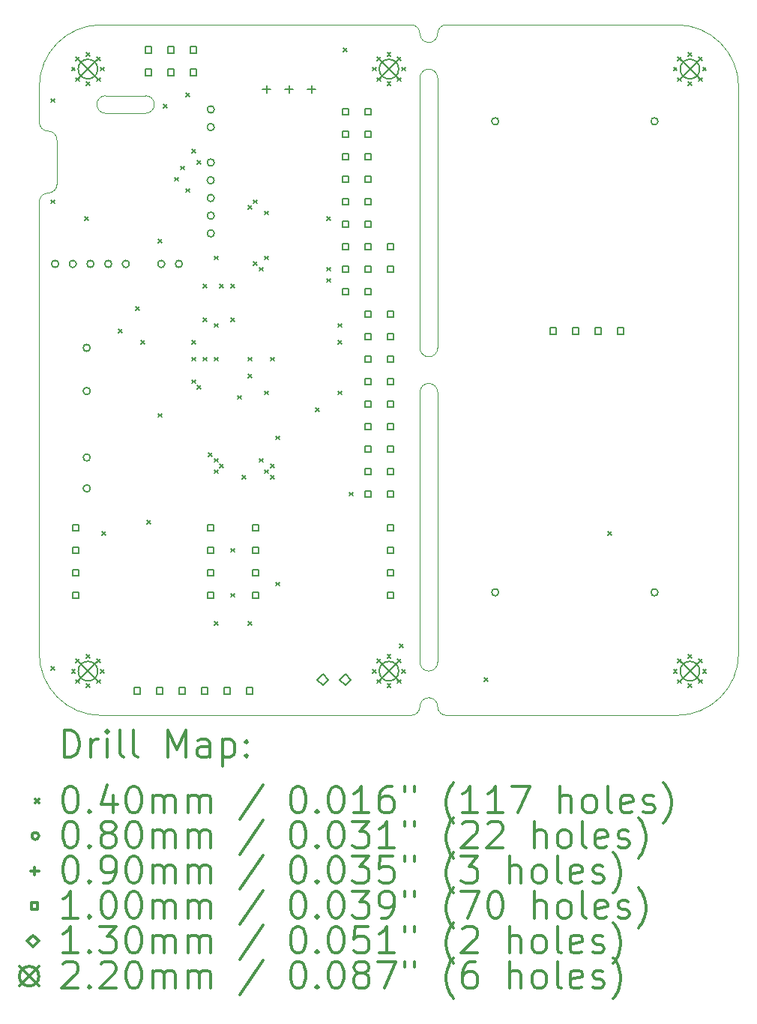
<source format=gbr>
%FSLAX45Y45*%
G04 Gerber Fmt 4.5, Leading zero omitted, Abs format (unit mm)*
G04 Created by KiCad (PCBNEW (5.0.1)-3) date 07.12.2018 05:25:07*
%MOMM*%
%LPD*%
G01*
G04 APERTURE LIST*
%ADD10C,0.100000*%
%ADD11C,0.200000*%
%ADD12C,0.300000*%
G04 APERTURE END LIST*
D10*
X8850000Y-8400000D02*
X9300000Y-8400000D01*
X8850000Y-8200000D02*
X9300000Y-8200000D01*
X9300000Y-8400000D02*
G75*
G03X9400000Y-8300000I0J100000D01*
G01*
X9400000Y-8300000D02*
G75*
G03X9300000Y-8200000I-100000J0D01*
G01*
X8750000Y-8300000D02*
G75*
G03X8850000Y-8400000I100000J0D01*
G01*
X8850000Y-8200000D02*
G75*
G03X8750000Y-8300000I0J-100000D01*
G01*
X8100000Y-9400000D02*
X8100000Y-14500000D01*
X8100000Y-8500000D02*
X8100000Y-8100000D01*
X8300000Y-8700000D02*
X8300000Y-9200000D01*
X8200000Y-9300000D02*
G75*
G03X8100000Y-9400000I0J-100000D01*
G01*
X8200000Y-9300000D02*
G75*
G03X8300000Y-9200000I0J100000D01*
G01*
X8300000Y-8700000D02*
G75*
G03X8200000Y-8600000I-100000J0D01*
G01*
X8100000Y-8500000D02*
G75*
G03X8200000Y-8600000I100000J0D01*
G01*
X12400000Y-8000000D02*
X12400000Y-11050000D01*
X12600000Y-11050000D02*
X12600000Y-8000000D01*
X12400000Y-11550000D02*
X12400000Y-14600000D01*
X12600000Y-14600000D02*
X12600000Y-11550000D01*
X8800000Y-15200000D02*
X12300000Y-15200000D01*
X12700000Y-15200000D02*
X15300000Y-15200000D01*
X12300000Y-7400000D02*
X8800000Y-7400000D01*
X12700000Y-7400000D02*
X15300000Y-7400000D01*
X12600000Y-15100000D02*
G75*
G03X12700000Y-15200000I100000J0D01*
G01*
X12600000Y-15100000D02*
G75*
G03X12500000Y-15000000I-100000J0D01*
G01*
X12500000Y-15000000D02*
G75*
G03X12400000Y-15100000I0J-100000D01*
G01*
X12300000Y-15200000D02*
G75*
G03X12400000Y-15100000I0J100000D01*
G01*
X12400000Y-7500000D02*
G75*
G03X12300000Y-7400000I-100000J0D01*
G01*
X12400000Y-7500000D02*
G75*
G03X12500000Y-7600000I100000J0D01*
G01*
X12500000Y-7600000D02*
G75*
G03X12600000Y-7500000I0J100000D01*
G01*
X12700000Y-7400000D02*
G75*
G03X12600000Y-7500000I0J-100000D01*
G01*
X16000000Y-8100000D02*
X16000000Y-14500000D01*
X8100000Y-14500000D02*
G75*
G03X8800000Y-15200000I700000J0D01*
G01*
X15300000Y-15200000D02*
G75*
G03X16000000Y-14500000I0J700000D01*
G01*
X16000000Y-8100000D02*
G75*
G03X15300000Y-7400000I-700000J0D01*
G01*
X8800000Y-7400000D02*
G75*
G03X8100000Y-8100000I0J-700000D01*
G01*
X12500000Y-11450000D02*
G75*
G03X12400000Y-11550000I0J-100000D01*
G01*
X12600000Y-11550000D02*
G75*
G03X12500000Y-11450000I-100000J0D01*
G01*
X12600000Y-8000000D02*
G75*
G03X12500000Y-7900000I-100000J0D01*
G01*
X12500000Y-7900000D02*
G75*
G03X12400000Y-8000000I0J-100000D01*
G01*
X12400000Y-11050000D02*
G75*
G03X12500000Y-11150000I100000J0D01*
G01*
X12500000Y-11150000D02*
G75*
G03X12600000Y-11050000I0J100000D01*
G01*
X12500000Y-14700000D02*
G75*
G03X12600000Y-14600000I0J100000D01*
G01*
X12400000Y-14600000D02*
G75*
G03X12500000Y-14700000I100000J0D01*
G01*
D11*
X8235000Y-8235000D02*
X8275000Y-8275000D01*
X8275000Y-8235000D02*
X8235000Y-8275000D01*
X8235000Y-9378000D02*
X8275000Y-9418000D01*
X8275000Y-9378000D02*
X8235000Y-9418000D01*
X8235000Y-14648500D02*
X8275000Y-14688500D01*
X8275000Y-14648500D02*
X8235000Y-14688500D01*
X8616000Y-9568500D02*
X8656000Y-9608500D01*
X8656000Y-9568500D02*
X8616000Y-9608500D01*
X8806500Y-13124500D02*
X8846500Y-13164500D01*
X8846500Y-13124500D02*
X8806500Y-13164500D01*
X8997000Y-10838500D02*
X9037000Y-10878500D01*
X9037000Y-10838500D02*
X8997000Y-10878500D01*
X9187500Y-10584500D02*
X9227500Y-10624500D01*
X9227500Y-10584500D02*
X9187500Y-10624500D01*
X9251000Y-10965500D02*
X9291000Y-11005500D01*
X9291000Y-10965500D02*
X9251000Y-11005500D01*
X9314500Y-12997500D02*
X9354500Y-13037500D01*
X9354500Y-12997500D02*
X9314500Y-13037500D01*
X9441500Y-9822500D02*
X9481500Y-9862500D01*
X9481500Y-9822500D02*
X9441500Y-9862500D01*
X9441500Y-11791000D02*
X9481500Y-11831000D01*
X9481500Y-11791000D02*
X9441500Y-11831000D01*
X9505000Y-8298500D02*
X9545000Y-8338500D01*
X9545000Y-8298500D02*
X9505000Y-8338500D01*
X9632000Y-9124000D02*
X9672000Y-9164000D01*
X9672000Y-9124000D02*
X9632000Y-9164000D01*
X9695500Y-8997000D02*
X9735500Y-9037000D01*
X9735500Y-8997000D02*
X9695500Y-9037000D01*
X9759000Y-8171500D02*
X9799000Y-8211500D01*
X9799000Y-8171500D02*
X9759000Y-8211500D01*
X9759000Y-9251000D02*
X9799000Y-9291000D01*
X9799000Y-9251000D02*
X9759000Y-9291000D01*
X9822500Y-8806500D02*
X9862500Y-8846500D01*
X9862500Y-8806500D02*
X9822500Y-8846500D01*
X9822500Y-10965500D02*
X9862500Y-11005500D01*
X9862500Y-10965500D02*
X9822500Y-11005500D01*
X9822500Y-11156000D02*
X9862500Y-11196000D01*
X9862500Y-11156000D02*
X9822500Y-11196000D01*
X9822500Y-11410000D02*
X9862500Y-11450000D01*
X9862500Y-11410000D02*
X9822500Y-11450000D01*
X9886000Y-8933500D02*
X9926000Y-8973500D01*
X9926000Y-8933500D02*
X9886000Y-8973500D01*
X9886000Y-11473500D02*
X9926000Y-11513500D01*
X9926000Y-11473500D02*
X9886000Y-11513500D01*
X9949500Y-10330500D02*
X9989500Y-10370500D01*
X9989500Y-10330500D02*
X9949500Y-10370500D01*
X9949500Y-10711500D02*
X9989500Y-10751500D01*
X9989500Y-10711500D02*
X9949500Y-10751500D01*
X9949500Y-11156000D02*
X9989500Y-11196000D01*
X9989500Y-11156000D02*
X9949500Y-11196000D01*
X10013000Y-12235500D02*
X10053000Y-12275500D01*
X10053000Y-12235500D02*
X10013000Y-12275500D01*
X10076500Y-10013000D02*
X10116500Y-10053000D01*
X10116500Y-10013000D02*
X10076500Y-10053000D01*
X10076500Y-10775000D02*
X10116500Y-10815000D01*
X10116500Y-10775000D02*
X10076500Y-10815000D01*
X10076500Y-11156000D02*
X10116500Y-11196000D01*
X10116500Y-11156000D02*
X10076500Y-11196000D01*
X10076500Y-12299000D02*
X10116500Y-12339000D01*
X10116500Y-12299000D02*
X10076500Y-12339000D01*
X10076500Y-12426000D02*
X10116500Y-12466000D01*
X10116500Y-12426000D02*
X10076500Y-12466000D01*
X10076500Y-14140500D02*
X10116500Y-14180500D01*
X10116500Y-14140500D02*
X10076500Y-14180500D01*
X10140000Y-10330500D02*
X10180000Y-10370500D01*
X10180000Y-10330500D02*
X10140000Y-10370500D01*
X10140000Y-12362500D02*
X10180000Y-12402500D01*
X10180000Y-12362500D02*
X10140000Y-12402500D01*
X10267000Y-10330500D02*
X10307000Y-10370500D01*
X10307000Y-10330500D02*
X10267000Y-10370500D01*
X10267000Y-10711500D02*
X10307000Y-10751500D01*
X10307000Y-10711500D02*
X10267000Y-10751500D01*
X10267000Y-13315000D02*
X10307000Y-13355000D01*
X10307000Y-13315000D02*
X10267000Y-13355000D01*
X10267000Y-13823000D02*
X10307000Y-13863000D01*
X10307000Y-13823000D02*
X10267000Y-13863000D01*
X10343200Y-11587800D02*
X10383200Y-11627800D01*
X10383200Y-11587800D02*
X10343200Y-11627800D01*
X10394000Y-12489500D02*
X10434000Y-12529500D01*
X10434000Y-12489500D02*
X10394000Y-12529500D01*
X10457500Y-9441500D02*
X10497500Y-9481500D01*
X10497500Y-9441500D02*
X10457500Y-9481500D01*
X10457500Y-11156000D02*
X10497500Y-11196000D01*
X10497500Y-11156000D02*
X10457500Y-11196000D01*
X10457500Y-11346500D02*
X10497500Y-11386500D01*
X10497500Y-11346500D02*
X10457500Y-11386500D01*
X10457500Y-14140500D02*
X10497500Y-14180500D01*
X10497500Y-14140500D02*
X10457500Y-14180500D01*
X10521000Y-9378000D02*
X10561000Y-9418000D01*
X10561000Y-9378000D02*
X10521000Y-9418000D01*
X10521000Y-10076500D02*
X10561000Y-10116500D01*
X10561000Y-10076500D02*
X10521000Y-10116500D01*
X10584500Y-10140000D02*
X10624500Y-10180000D01*
X10624500Y-10140000D02*
X10584500Y-10180000D01*
X10584500Y-12299000D02*
X10624500Y-12339000D01*
X10624500Y-12299000D02*
X10584500Y-12339000D01*
X10648000Y-9505000D02*
X10688000Y-9545000D01*
X10688000Y-9505000D02*
X10648000Y-9545000D01*
X10648000Y-10013000D02*
X10688000Y-10053000D01*
X10688000Y-10013000D02*
X10648000Y-10053000D01*
X10648000Y-11537000D02*
X10688000Y-11577000D01*
X10688000Y-11537000D02*
X10648000Y-11577000D01*
X10648000Y-12426000D02*
X10688000Y-12466000D01*
X10688000Y-12426000D02*
X10648000Y-12466000D01*
X10711500Y-11156000D02*
X10751500Y-11196000D01*
X10751500Y-11156000D02*
X10711500Y-11196000D01*
X10711500Y-12362500D02*
X10751500Y-12402500D01*
X10751500Y-12362500D02*
X10711500Y-12402500D01*
X10711500Y-12489500D02*
X10751500Y-12529500D01*
X10751500Y-12489500D02*
X10711500Y-12529500D01*
X10775000Y-12045000D02*
X10815000Y-12085000D01*
X10815000Y-12045000D02*
X10775000Y-12085000D01*
X10775000Y-13696000D02*
X10815000Y-13736000D01*
X10815000Y-13696000D02*
X10775000Y-13736000D01*
X11219500Y-11727500D02*
X11259500Y-11767500D01*
X11259500Y-11727500D02*
X11219500Y-11767500D01*
X11346500Y-9568500D02*
X11386500Y-9608500D01*
X11386500Y-9568500D02*
X11346500Y-9608500D01*
X11346500Y-10140000D02*
X11386500Y-10180000D01*
X11386500Y-10140000D02*
X11346500Y-10180000D01*
X11346500Y-10267000D02*
X11386500Y-10307000D01*
X11386500Y-10267000D02*
X11346500Y-10307000D01*
X11473500Y-10775000D02*
X11513500Y-10815000D01*
X11513500Y-10775000D02*
X11473500Y-10815000D01*
X11473500Y-10965500D02*
X11513500Y-11005500D01*
X11513500Y-10965500D02*
X11473500Y-11005500D01*
X11473500Y-11537000D02*
X11513500Y-11577000D01*
X11513500Y-11537000D02*
X11473500Y-11577000D01*
X11537000Y-7663500D02*
X11577000Y-7703500D01*
X11577000Y-7663500D02*
X11537000Y-7703500D01*
X11600500Y-12680000D02*
X11640500Y-12720000D01*
X11640500Y-12680000D02*
X11600500Y-12720000D01*
X12172000Y-14394500D02*
X12212000Y-14434500D01*
X12212000Y-14394500D02*
X12172000Y-14434500D01*
X13124500Y-14775500D02*
X13164500Y-14815500D01*
X13164500Y-14775500D02*
X13124500Y-14815500D01*
X14521500Y-13124500D02*
X14561500Y-13164500D01*
X14561500Y-13124500D02*
X14521500Y-13164500D01*
X15265000Y-14680000D02*
X15305000Y-14720000D01*
X15305000Y-14680000D02*
X15265000Y-14720000D01*
X15313327Y-14563327D02*
X15353327Y-14603327D01*
X15353327Y-14563327D02*
X15313327Y-14603327D01*
X15313327Y-14796673D02*
X15353327Y-14836673D01*
X15353327Y-14796673D02*
X15313327Y-14836673D01*
X15430000Y-14515000D02*
X15470000Y-14555000D01*
X15470000Y-14515000D02*
X15430000Y-14555000D01*
X15430000Y-14845000D02*
X15470000Y-14885000D01*
X15470000Y-14845000D02*
X15430000Y-14885000D01*
X15546673Y-14563327D02*
X15586673Y-14603327D01*
X15586673Y-14563327D02*
X15546673Y-14603327D01*
X15546673Y-14796673D02*
X15586673Y-14836673D01*
X15586673Y-14796673D02*
X15546673Y-14836673D01*
X15595000Y-14680000D02*
X15635000Y-14720000D01*
X15635000Y-14680000D02*
X15595000Y-14720000D01*
X8465000Y-7880000D02*
X8505000Y-7920000D01*
X8505000Y-7880000D02*
X8465000Y-7920000D01*
X8513327Y-7763327D02*
X8553327Y-7803327D01*
X8553327Y-7763327D02*
X8513327Y-7803327D01*
X8513327Y-7996673D02*
X8553327Y-8036673D01*
X8553327Y-7996673D02*
X8513327Y-8036673D01*
X8630000Y-7715000D02*
X8670000Y-7755000D01*
X8670000Y-7715000D02*
X8630000Y-7755000D01*
X8630000Y-8045000D02*
X8670000Y-8085000D01*
X8670000Y-8045000D02*
X8630000Y-8085000D01*
X8746673Y-7763327D02*
X8786673Y-7803327D01*
X8786673Y-7763327D02*
X8746673Y-7803327D01*
X8746673Y-7996673D02*
X8786673Y-8036673D01*
X8786673Y-7996673D02*
X8746673Y-8036673D01*
X8795000Y-7880000D02*
X8835000Y-7920000D01*
X8835000Y-7880000D02*
X8795000Y-7920000D01*
X11865000Y-14680000D02*
X11905000Y-14720000D01*
X11905000Y-14680000D02*
X11865000Y-14720000D01*
X11913327Y-14563327D02*
X11953327Y-14603327D01*
X11953327Y-14563327D02*
X11913327Y-14603327D01*
X11913327Y-14796673D02*
X11953327Y-14836673D01*
X11953327Y-14796673D02*
X11913327Y-14836673D01*
X12030000Y-14515000D02*
X12070000Y-14555000D01*
X12070000Y-14515000D02*
X12030000Y-14555000D01*
X12030000Y-14845000D02*
X12070000Y-14885000D01*
X12070000Y-14845000D02*
X12030000Y-14885000D01*
X12146673Y-14563327D02*
X12186673Y-14603327D01*
X12186673Y-14563327D02*
X12146673Y-14603327D01*
X12146673Y-14796673D02*
X12186673Y-14836673D01*
X12186673Y-14796673D02*
X12146673Y-14836673D01*
X12195000Y-14680000D02*
X12235000Y-14720000D01*
X12235000Y-14680000D02*
X12195000Y-14720000D01*
X8465000Y-14680000D02*
X8505000Y-14720000D01*
X8505000Y-14680000D02*
X8465000Y-14720000D01*
X8513327Y-14563327D02*
X8553327Y-14603327D01*
X8553327Y-14563327D02*
X8513327Y-14603327D01*
X8513327Y-14796673D02*
X8553327Y-14836673D01*
X8553327Y-14796673D02*
X8513327Y-14836673D01*
X8630000Y-14515000D02*
X8670000Y-14555000D01*
X8670000Y-14515000D02*
X8630000Y-14555000D01*
X8630000Y-14845000D02*
X8670000Y-14885000D01*
X8670000Y-14845000D02*
X8630000Y-14885000D01*
X8746673Y-14563327D02*
X8786673Y-14603327D01*
X8786673Y-14563327D02*
X8746673Y-14603327D01*
X8746673Y-14796673D02*
X8786673Y-14836673D01*
X8786673Y-14796673D02*
X8746673Y-14836673D01*
X8795000Y-14680000D02*
X8835000Y-14720000D01*
X8835000Y-14680000D02*
X8795000Y-14720000D01*
X15265000Y-7880000D02*
X15305000Y-7920000D01*
X15305000Y-7880000D02*
X15265000Y-7920000D01*
X15313327Y-7763327D02*
X15353327Y-7803327D01*
X15353327Y-7763327D02*
X15313327Y-7803327D01*
X15313327Y-7996673D02*
X15353327Y-8036673D01*
X15353327Y-7996673D02*
X15313327Y-8036673D01*
X15430000Y-7715000D02*
X15470000Y-7755000D01*
X15470000Y-7715000D02*
X15430000Y-7755000D01*
X15430000Y-8045000D02*
X15470000Y-8085000D01*
X15470000Y-8045000D02*
X15430000Y-8085000D01*
X15546673Y-7763327D02*
X15586673Y-7803327D01*
X15586673Y-7763327D02*
X15546673Y-7803327D01*
X15546673Y-7996673D02*
X15586673Y-8036673D01*
X15586673Y-7996673D02*
X15546673Y-8036673D01*
X15595000Y-7880000D02*
X15635000Y-7920000D01*
X15635000Y-7880000D02*
X15595000Y-7920000D01*
X11865000Y-7880000D02*
X11905000Y-7920000D01*
X11905000Y-7880000D02*
X11865000Y-7920000D01*
X11913327Y-7763327D02*
X11953327Y-7803327D01*
X11953327Y-7763327D02*
X11913327Y-7803327D01*
X11913327Y-7996673D02*
X11953327Y-8036673D01*
X11953327Y-7996673D02*
X11913327Y-8036673D01*
X12030000Y-7715000D02*
X12070000Y-7755000D01*
X12070000Y-7715000D02*
X12030000Y-7755000D01*
X12030000Y-8045000D02*
X12070000Y-8085000D01*
X12070000Y-8045000D02*
X12030000Y-8085000D01*
X12146673Y-7763327D02*
X12186673Y-7803327D01*
X12186673Y-7763327D02*
X12146673Y-7803327D01*
X12146673Y-7996673D02*
X12186673Y-8036673D01*
X12186673Y-7996673D02*
X12146673Y-8036673D01*
X12195000Y-7880000D02*
X12235000Y-7920000D01*
X12235000Y-7880000D02*
X12195000Y-7920000D01*
X8318000Y-10100500D02*
G75*
G03X8318000Y-10100500I-40000J0D01*
G01*
X8518000Y-10100500D02*
G75*
G03X8518000Y-10100500I-40000J0D01*
G01*
X8718000Y-10100500D02*
G75*
G03X8718000Y-10100500I-40000J0D01*
G01*
X8918000Y-10100500D02*
G75*
G03X8918000Y-10100500I-40000J0D01*
G01*
X9118000Y-10100500D02*
G75*
G03X9118000Y-10100500I-40000J0D01*
G01*
X9518000Y-10100500D02*
G75*
G03X9518000Y-10100500I-40000J0D01*
G01*
X9718000Y-10100500D02*
G75*
G03X9718000Y-10100500I-40000J0D01*
G01*
X15090000Y-8490000D02*
G75*
G03X15090000Y-8490000I-40000J0D01*
G01*
X15090000Y-13810000D02*
G75*
G03X15090000Y-13810000I-40000J0D01*
G01*
X13290000Y-8490000D02*
G75*
G03X13290000Y-8490000I-40000J0D01*
G01*
X13290000Y-13810000D02*
G75*
G03X13290000Y-13810000I-40000J0D01*
G01*
X8676000Y-11049000D02*
G75*
G03X8676000Y-11049000I-40000J0D01*
G01*
X8676000Y-11537000D02*
G75*
G03X8676000Y-11537000I-40000J0D01*
G01*
X10077000Y-8356000D02*
G75*
G03X10077000Y-8356000I-40000J0D01*
G01*
X10077000Y-8556000D02*
G75*
G03X10077000Y-8556000I-40000J0D01*
G01*
X10077000Y-8956000D02*
G75*
G03X10077000Y-8956000I-40000J0D01*
G01*
X10077000Y-9156000D02*
G75*
G03X10077000Y-9156000I-40000J0D01*
G01*
X10077000Y-9356000D02*
G75*
G03X10077000Y-9356000I-40000J0D01*
G01*
X10077000Y-9556000D02*
G75*
G03X10077000Y-9556000I-40000J0D01*
G01*
X10077000Y-9756000D02*
G75*
G03X10077000Y-9756000I-40000J0D01*
G01*
X8676000Y-12286500D02*
G75*
G03X8676000Y-12286500I-40000J0D01*
G01*
X8676000Y-12636500D02*
G75*
G03X8676000Y-12636500I-40000J0D01*
G01*
X10668000Y-8083000D02*
X10668000Y-8173000D01*
X10623000Y-8128000D02*
X10713000Y-8128000D01*
X10922000Y-8083000D02*
X10922000Y-8173000D01*
X10877000Y-8128000D02*
X10967000Y-8128000D01*
X11176000Y-8083000D02*
X11176000Y-8173000D01*
X11131000Y-8128000D02*
X11221000Y-8128000D01*
X9369856Y-7718856D02*
X9369856Y-7648144D01*
X9299144Y-7648144D01*
X9299144Y-7718856D01*
X9369856Y-7718856D01*
X9369856Y-7972856D02*
X9369856Y-7902144D01*
X9299144Y-7902144D01*
X9299144Y-7972856D01*
X9369856Y-7972856D01*
X9623856Y-7718856D02*
X9623856Y-7648144D01*
X9553144Y-7648144D01*
X9553144Y-7718856D01*
X9623856Y-7718856D01*
X9623856Y-7972856D02*
X9623856Y-7902144D01*
X9553144Y-7902144D01*
X9553144Y-7972856D01*
X9623856Y-7972856D01*
X9877856Y-7718856D02*
X9877856Y-7648144D01*
X9807144Y-7648144D01*
X9807144Y-7718856D01*
X9877856Y-7718856D01*
X9877856Y-7972856D02*
X9877856Y-7902144D01*
X9807144Y-7902144D01*
X9807144Y-7972856D01*
X9877856Y-7972856D01*
X8544356Y-13116356D02*
X8544356Y-13045644D01*
X8473644Y-13045644D01*
X8473644Y-13116356D01*
X8544356Y-13116356D01*
X8544356Y-13370356D02*
X8544356Y-13299644D01*
X8473644Y-13299644D01*
X8473644Y-13370356D01*
X8544356Y-13370356D01*
X8544356Y-13624356D02*
X8544356Y-13553644D01*
X8473644Y-13553644D01*
X8473644Y-13624356D01*
X8544356Y-13624356D01*
X8544356Y-13878356D02*
X8544356Y-13807644D01*
X8473644Y-13807644D01*
X8473644Y-13878356D01*
X8544356Y-13878356D01*
X12100356Y-13116356D02*
X12100356Y-13045644D01*
X12029644Y-13045644D01*
X12029644Y-13116356D01*
X12100356Y-13116356D01*
X12100356Y-13370356D02*
X12100356Y-13299644D01*
X12029644Y-13299644D01*
X12029644Y-13370356D01*
X12100356Y-13370356D01*
X12100356Y-13624356D02*
X12100356Y-13553644D01*
X12029644Y-13553644D01*
X12029644Y-13624356D01*
X12100356Y-13624356D01*
X12100356Y-13878356D02*
X12100356Y-13807644D01*
X12029644Y-13807644D01*
X12029644Y-13878356D01*
X12100356Y-13878356D01*
X10576356Y-13116356D02*
X10576356Y-13045644D01*
X10505644Y-13045644D01*
X10505644Y-13116356D01*
X10576356Y-13116356D01*
X10576356Y-13370356D02*
X10576356Y-13299644D01*
X10505644Y-13299644D01*
X10505644Y-13370356D01*
X10576356Y-13370356D01*
X10576356Y-13624356D02*
X10576356Y-13553644D01*
X10505644Y-13553644D01*
X10505644Y-13624356D01*
X10576356Y-13624356D01*
X10576356Y-13878356D02*
X10576356Y-13807644D01*
X10505644Y-13807644D01*
X10505644Y-13878356D01*
X10576356Y-13878356D01*
X13941856Y-10893856D02*
X13941856Y-10823144D01*
X13871144Y-10823144D01*
X13871144Y-10893856D01*
X13941856Y-10893856D01*
X14195856Y-10893856D02*
X14195856Y-10823144D01*
X14125144Y-10823144D01*
X14125144Y-10893856D01*
X14195856Y-10893856D01*
X14449856Y-10893856D02*
X14449856Y-10823144D01*
X14379144Y-10823144D01*
X14379144Y-10893856D01*
X14449856Y-10893856D01*
X14703856Y-10893856D02*
X14703856Y-10823144D01*
X14633144Y-10823144D01*
X14633144Y-10893856D01*
X14703856Y-10893856D01*
X11592356Y-8417356D02*
X11592356Y-8346644D01*
X11521644Y-8346644D01*
X11521644Y-8417356D01*
X11592356Y-8417356D01*
X11592356Y-8671356D02*
X11592356Y-8600644D01*
X11521644Y-8600644D01*
X11521644Y-8671356D01*
X11592356Y-8671356D01*
X11592356Y-8925356D02*
X11592356Y-8854644D01*
X11521644Y-8854644D01*
X11521644Y-8925356D01*
X11592356Y-8925356D01*
X11592356Y-9179356D02*
X11592356Y-9108644D01*
X11521644Y-9108644D01*
X11521644Y-9179356D01*
X11592356Y-9179356D01*
X11592356Y-9433356D02*
X11592356Y-9362644D01*
X11521644Y-9362644D01*
X11521644Y-9433356D01*
X11592356Y-9433356D01*
X11592356Y-9687356D02*
X11592356Y-9616644D01*
X11521644Y-9616644D01*
X11521644Y-9687356D01*
X11592356Y-9687356D01*
X11592356Y-9941356D02*
X11592356Y-9870644D01*
X11521644Y-9870644D01*
X11521644Y-9941356D01*
X11592356Y-9941356D01*
X11592356Y-10195356D02*
X11592356Y-10124644D01*
X11521644Y-10124644D01*
X11521644Y-10195356D01*
X11592356Y-10195356D01*
X11592356Y-10449356D02*
X11592356Y-10378644D01*
X11521644Y-10378644D01*
X11521644Y-10449356D01*
X11592356Y-10449356D01*
X11846356Y-8417356D02*
X11846356Y-8346644D01*
X11775644Y-8346644D01*
X11775644Y-8417356D01*
X11846356Y-8417356D01*
X11846356Y-8671356D02*
X11846356Y-8600644D01*
X11775644Y-8600644D01*
X11775644Y-8671356D01*
X11846356Y-8671356D01*
X11846356Y-8925356D02*
X11846356Y-8854644D01*
X11775644Y-8854644D01*
X11775644Y-8925356D01*
X11846356Y-8925356D01*
X11846356Y-9179356D02*
X11846356Y-9108644D01*
X11775644Y-9108644D01*
X11775644Y-9179356D01*
X11846356Y-9179356D01*
X11846356Y-9433356D02*
X11846356Y-9362644D01*
X11775644Y-9362644D01*
X11775644Y-9433356D01*
X11846356Y-9433356D01*
X11846356Y-9687356D02*
X11846356Y-9616644D01*
X11775644Y-9616644D01*
X11775644Y-9687356D01*
X11846356Y-9687356D01*
X11846356Y-9941356D02*
X11846356Y-9870644D01*
X11775644Y-9870644D01*
X11775644Y-9941356D01*
X11846356Y-9941356D01*
X11846356Y-10195356D02*
X11846356Y-10124644D01*
X11775644Y-10124644D01*
X11775644Y-10195356D01*
X11846356Y-10195356D01*
X11846356Y-10449356D02*
X11846356Y-10378644D01*
X11775644Y-10378644D01*
X11775644Y-10449356D01*
X11846356Y-10449356D01*
X10068356Y-13116356D02*
X10068356Y-13045644D01*
X9997644Y-13045644D01*
X9997644Y-13116356D01*
X10068356Y-13116356D01*
X10068356Y-13370356D02*
X10068356Y-13299644D01*
X9997644Y-13299644D01*
X9997644Y-13370356D01*
X10068356Y-13370356D01*
X10068356Y-13624356D02*
X10068356Y-13553644D01*
X9997644Y-13553644D01*
X9997644Y-13624356D01*
X10068356Y-13624356D01*
X10068356Y-13878356D02*
X10068356Y-13807644D01*
X9997644Y-13807644D01*
X9997644Y-13878356D01*
X10068356Y-13878356D01*
X11846356Y-10703356D02*
X11846356Y-10632644D01*
X11775644Y-10632644D01*
X11775644Y-10703356D01*
X11846356Y-10703356D01*
X11846356Y-10957356D02*
X11846356Y-10886644D01*
X11775644Y-10886644D01*
X11775644Y-10957356D01*
X11846356Y-10957356D01*
X11846356Y-11211356D02*
X11846356Y-11140644D01*
X11775644Y-11140644D01*
X11775644Y-11211356D01*
X11846356Y-11211356D01*
X11846356Y-11465356D02*
X11846356Y-11394644D01*
X11775644Y-11394644D01*
X11775644Y-11465356D01*
X11846356Y-11465356D01*
X11846356Y-11719356D02*
X11846356Y-11648644D01*
X11775644Y-11648644D01*
X11775644Y-11719356D01*
X11846356Y-11719356D01*
X11846356Y-11973356D02*
X11846356Y-11902644D01*
X11775644Y-11902644D01*
X11775644Y-11973356D01*
X11846356Y-11973356D01*
X11846356Y-12227356D02*
X11846356Y-12156644D01*
X11775644Y-12156644D01*
X11775644Y-12227356D01*
X11846356Y-12227356D01*
X11846356Y-12481356D02*
X11846356Y-12410644D01*
X11775644Y-12410644D01*
X11775644Y-12481356D01*
X11846356Y-12481356D01*
X11846356Y-12735356D02*
X11846356Y-12664644D01*
X11775644Y-12664644D01*
X11775644Y-12735356D01*
X11846356Y-12735356D01*
X12100356Y-10703356D02*
X12100356Y-10632644D01*
X12029644Y-10632644D01*
X12029644Y-10703356D01*
X12100356Y-10703356D01*
X12100356Y-10957356D02*
X12100356Y-10886644D01*
X12029644Y-10886644D01*
X12029644Y-10957356D01*
X12100356Y-10957356D01*
X12100356Y-11211356D02*
X12100356Y-11140644D01*
X12029644Y-11140644D01*
X12029644Y-11211356D01*
X12100356Y-11211356D01*
X12100356Y-11465356D02*
X12100356Y-11394644D01*
X12029644Y-11394644D01*
X12029644Y-11465356D01*
X12100356Y-11465356D01*
X12100356Y-11719356D02*
X12100356Y-11648644D01*
X12029644Y-11648644D01*
X12029644Y-11719356D01*
X12100356Y-11719356D01*
X12100356Y-11973356D02*
X12100356Y-11902644D01*
X12029644Y-11902644D01*
X12029644Y-11973356D01*
X12100356Y-11973356D01*
X12100356Y-12227356D02*
X12100356Y-12156644D01*
X12029644Y-12156644D01*
X12029644Y-12227356D01*
X12100356Y-12227356D01*
X12100356Y-12481356D02*
X12100356Y-12410644D01*
X12029644Y-12410644D01*
X12029644Y-12481356D01*
X12100356Y-12481356D01*
X12100356Y-12735356D02*
X12100356Y-12664644D01*
X12029644Y-12664644D01*
X12029644Y-12735356D01*
X12100356Y-12735356D01*
X9242856Y-14957856D02*
X9242856Y-14887144D01*
X9172144Y-14887144D01*
X9172144Y-14957856D01*
X9242856Y-14957856D01*
X9496856Y-14957856D02*
X9496856Y-14887144D01*
X9426144Y-14887144D01*
X9426144Y-14957856D01*
X9496856Y-14957856D01*
X9750856Y-14957856D02*
X9750856Y-14887144D01*
X9680144Y-14887144D01*
X9680144Y-14957856D01*
X9750856Y-14957856D01*
X10004856Y-14957856D02*
X10004856Y-14887144D01*
X9934144Y-14887144D01*
X9934144Y-14957856D01*
X10004856Y-14957856D01*
X10258856Y-14957856D02*
X10258856Y-14887144D01*
X10188144Y-14887144D01*
X10188144Y-14957856D01*
X10258856Y-14957856D01*
X10512856Y-14957856D02*
X10512856Y-14887144D01*
X10442144Y-14887144D01*
X10442144Y-14957856D01*
X10512856Y-14957856D01*
X12100356Y-9941356D02*
X12100356Y-9870644D01*
X12029644Y-9870644D01*
X12029644Y-9941356D01*
X12100356Y-9941356D01*
X12100356Y-10195356D02*
X12100356Y-10124644D01*
X12029644Y-10124644D01*
X12029644Y-10195356D01*
X12100356Y-10195356D01*
X11303000Y-14860500D02*
X11368000Y-14795500D01*
X11303000Y-14730500D01*
X11238000Y-14795500D01*
X11303000Y-14860500D01*
X11557000Y-14860500D02*
X11622000Y-14795500D01*
X11557000Y-14730500D01*
X11492000Y-14795500D01*
X11557000Y-14860500D01*
X15340000Y-14590000D02*
X15560000Y-14810000D01*
X15560000Y-14590000D02*
X15340000Y-14810000D01*
X15560000Y-14700000D02*
G75*
G03X15560000Y-14700000I-110000J0D01*
G01*
X8540000Y-7790000D02*
X8760000Y-8010000D01*
X8760000Y-7790000D02*
X8540000Y-8010000D01*
X8760000Y-7900000D02*
G75*
G03X8760000Y-7900000I-110000J0D01*
G01*
X11940000Y-14590000D02*
X12160000Y-14810000D01*
X12160000Y-14590000D02*
X11940000Y-14810000D01*
X12160000Y-14700000D02*
G75*
G03X12160000Y-14700000I-110000J0D01*
G01*
X8540000Y-14590000D02*
X8760000Y-14810000D01*
X8760000Y-14590000D02*
X8540000Y-14810000D01*
X8760000Y-14700000D02*
G75*
G03X8760000Y-14700000I-110000J0D01*
G01*
X15340000Y-7790000D02*
X15560000Y-8010000D01*
X15560000Y-7790000D02*
X15340000Y-8010000D01*
X15560000Y-7900000D02*
G75*
G03X15560000Y-7900000I-110000J0D01*
G01*
X11940000Y-7790000D02*
X12160000Y-8010000D01*
X12160000Y-7790000D02*
X11940000Y-8010000D01*
X12160000Y-7900000D02*
G75*
G03X12160000Y-7900000I-110000J0D01*
G01*
D12*
X8381428Y-15670714D02*
X8381428Y-15370714D01*
X8452857Y-15370714D01*
X8495714Y-15385000D01*
X8524286Y-15413571D01*
X8538571Y-15442143D01*
X8552857Y-15499286D01*
X8552857Y-15542143D01*
X8538571Y-15599286D01*
X8524286Y-15627857D01*
X8495714Y-15656429D01*
X8452857Y-15670714D01*
X8381428Y-15670714D01*
X8681428Y-15670714D02*
X8681428Y-15470714D01*
X8681428Y-15527857D02*
X8695714Y-15499286D01*
X8710000Y-15485000D01*
X8738571Y-15470714D01*
X8767143Y-15470714D01*
X8867143Y-15670714D02*
X8867143Y-15470714D01*
X8867143Y-15370714D02*
X8852857Y-15385000D01*
X8867143Y-15399286D01*
X8881428Y-15385000D01*
X8867143Y-15370714D01*
X8867143Y-15399286D01*
X9052857Y-15670714D02*
X9024286Y-15656429D01*
X9010000Y-15627857D01*
X9010000Y-15370714D01*
X9210000Y-15670714D02*
X9181428Y-15656429D01*
X9167143Y-15627857D01*
X9167143Y-15370714D01*
X9552857Y-15670714D02*
X9552857Y-15370714D01*
X9652857Y-15585000D01*
X9752857Y-15370714D01*
X9752857Y-15670714D01*
X10024286Y-15670714D02*
X10024286Y-15513571D01*
X10010000Y-15485000D01*
X9981428Y-15470714D01*
X9924286Y-15470714D01*
X9895714Y-15485000D01*
X10024286Y-15656429D02*
X9995714Y-15670714D01*
X9924286Y-15670714D01*
X9895714Y-15656429D01*
X9881428Y-15627857D01*
X9881428Y-15599286D01*
X9895714Y-15570714D01*
X9924286Y-15556429D01*
X9995714Y-15556429D01*
X10024286Y-15542143D01*
X10167143Y-15470714D02*
X10167143Y-15770714D01*
X10167143Y-15485000D02*
X10195714Y-15470714D01*
X10252857Y-15470714D01*
X10281428Y-15485000D01*
X10295714Y-15499286D01*
X10310000Y-15527857D01*
X10310000Y-15613571D01*
X10295714Y-15642143D01*
X10281428Y-15656429D01*
X10252857Y-15670714D01*
X10195714Y-15670714D01*
X10167143Y-15656429D01*
X10438571Y-15642143D02*
X10452857Y-15656429D01*
X10438571Y-15670714D01*
X10424286Y-15656429D01*
X10438571Y-15642143D01*
X10438571Y-15670714D01*
X10438571Y-15485000D02*
X10452857Y-15499286D01*
X10438571Y-15513571D01*
X10424286Y-15499286D01*
X10438571Y-15485000D01*
X10438571Y-15513571D01*
X8055000Y-16145000D02*
X8095000Y-16185000D01*
X8095000Y-16145000D02*
X8055000Y-16185000D01*
X8438571Y-16000714D02*
X8467143Y-16000714D01*
X8495714Y-16015000D01*
X8510000Y-16029286D01*
X8524286Y-16057857D01*
X8538571Y-16115000D01*
X8538571Y-16186429D01*
X8524286Y-16243571D01*
X8510000Y-16272143D01*
X8495714Y-16286429D01*
X8467143Y-16300714D01*
X8438571Y-16300714D01*
X8410000Y-16286429D01*
X8395714Y-16272143D01*
X8381428Y-16243571D01*
X8367143Y-16186429D01*
X8367143Y-16115000D01*
X8381428Y-16057857D01*
X8395714Y-16029286D01*
X8410000Y-16015000D01*
X8438571Y-16000714D01*
X8667143Y-16272143D02*
X8681428Y-16286429D01*
X8667143Y-16300714D01*
X8652857Y-16286429D01*
X8667143Y-16272143D01*
X8667143Y-16300714D01*
X8938571Y-16100714D02*
X8938571Y-16300714D01*
X8867143Y-15986429D02*
X8795714Y-16200714D01*
X8981428Y-16200714D01*
X9152857Y-16000714D02*
X9181428Y-16000714D01*
X9210000Y-16015000D01*
X9224286Y-16029286D01*
X9238571Y-16057857D01*
X9252857Y-16115000D01*
X9252857Y-16186429D01*
X9238571Y-16243571D01*
X9224286Y-16272143D01*
X9210000Y-16286429D01*
X9181428Y-16300714D01*
X9152857Y-16300714D01*
X9124286Y-16286429D01*
X9110000Y-16272143D01*
X9095714Y-16243571D01*
X9081428Y-16186429D01*
X9081428Y-16115000D01*
X9095714Y-16057857D01*
X9110000Y-16029286D01*
X9124286Y-16015000D01*
X9152857Y-16000714D01*
X9381428Y-16300714D02*
X9381428Y-16100714D01*
X9381428Y-16129286D02*
X9395714Y-16115000D01*
X9424286Y-16100714D01*
X9467143Y-16100714D01*
X9495714Y-16115000D01*
X9510000Y-16143571D01*
X9510000Y-16300714D01*
X9510000Y-16143571D02*
X9524286Y-16115000D01*
X9552857Y-16100714D01*
X9595714Y-16100714D01*
X9624286Y-16115000D01*
X9638571Y-16143571D01*
X9638571Y-16300714D01*
X9781428Y-16300714D02*
X9781428Y-16100714D01*
X9781428Y-16129286D02*
X9795714Y-16115000D01*
X9824286Y-16100714D01*
X9867143Y-16100714D01*
X9895714Y-16115000D01*
X9910000Y-16143571D01*
X9910000Y-16300714D01*
X9910000Y-16143571D02*
X9924286Y-16115000D01*
X9952857Y-16100714D01*
X9995714Y-16100714D01*
X10024286Y-16115000D01*
X10038571Y-16143571D01*
X10038571Y-16300714D01*
X10624286Y-15986429D02*
X10367143Y-16372143D01*
X11010000Y-16000714D02*
X11038571Y-16000714D01*
X11067143Y-16015000D01*
X11081428Y-16029286D01*
X11095714Y-16057857D01*
X11110000Y-16115000D01*
X11110000Y-16186429D01*
X11095714Y-16243571D01*
X11081428Y-16272143D01*
X11067143Y-16286429D01*
X11038571Y-16300714D01*
X11010000Y-16300714D01*
X10981428Y-16286429D01*
X10967143Y-16272143D01*
X10952857Y-16243571D01*
X10938571Y-16186429D01*
X10938571Y-16115000D01*
X10952857Y-16057857D01*
X10967143Y-16029286D01*
X10981428Y-16015000D01*
X11010000Y-16000714D01*
X11238571Y-16272143D02*
X11252857Y-16286429D01*
X11238571Y-16300714D01*
X11224286Y-16286429D01*
X11238571Y-16272143D01*
X11238571Y-16300714D01*
X11438571Y-16000714D02*
X11467143Y-16000714D01*
X11495714Y-16015000D01*
X11510000Y-16029286D01*
X11524286Y-16057857D01*
X11538571Y-16115000D01*
X11538571Y-16186429D01*
X11524286Y-16243571D01*
X11510000Y-16272143D01*
X11495714Y-16286429D01*
X11467143Y-16300714D01*
X11438571Y-16300714D01*
X11410000Y-16286429D01*
X11395714Y-16272143D01*
X11381428Y-16243571D01*
X11367143Y-16186429D01*
X11367143Y-16115000D01*
X11381428Y-16057857D01*
X11395714Y-16029286D01*
X11410000Y-16015000D01*
X11438571Y-16000714D01*
X11824286Y-16300714D02*
X11652857Y-16300714D01*
X11738571Y-16300714D02*
X11738571Y-16000714D01*
X11710000Y-16043571D01*
X11681428Y-16072143D01*
X11652857Y-16086429D01*
X12081428Y-16000714D02*
X12024286Y-16000714D01*
X11995714Y-16015000D01*
X11981428Y-16029286D01*
X11952857Y-16072143D01*
X11938571Y-16129286D01*
X11938571Y-16243571D01*
X11952857Y-16272143D01*
X11967143Y-16286429D01*
X11995714Y-16300714D01*
X12052857Y-16300714D01*
X12081428Y-16286429D01*
X12095714Y-16272143D01*
X12110000Y-16243571D01*
X12110000Y-16172143D01*
X12095714Y-16143571D01*
X12081428Y-16129286D01*
X12052857Y-16115000D01*
X11995714Y-16115000D01*
X11967143Y-16129286D01*
X11952857Y-16143571D01*
X11938571Y-16172143D01*
X12224286Y-16000714D02*
X12224286Y-16057857D01*
X12338571Y-16000714D02*
X12338571Y-16057857D01*
X12781428Y-16415000D02*
X12767143Y-16400714D01*
X12738571Y-16357857D01*
X12724286Y-16329286D01*
X12710000Y-16286429D01*
X12695714Y-16215000D01*
X12695714Y-16157857D01*
X12710000Y-16086429D01*
X12724286Y-16043571D01*
X12738571Y-16015000D01*
X12767143Y-15972143D01*
X12781428Y-15957857D01*
X13052857Y-16300714D02*
X12881428Y-16300714D01*
X12967143Y-16300714D02*
X12967143Y-16000714D01*
X12938571Y-16043571D01*
X12910000Y-16072143D01*
X12881428Y-16086429D01*
X13338571Y-16300714D02*
X13167143Y-16300714D01*
X13252857Y-16300714D02*
X13252857Y-16000714D01*
X13224286Y-16043571D01*
X13195714Y-16072143D01*
X13167143Y-16086429D01*
X13438571Y-16000714D02*
X13638571Y-16000714D01*
X13510000Y-16300714D01*
X13981428Y-16300714D02*
X13981428Y-16000714D01*
X14110000Y-16300714D02*
X14110000Y-16143571D01*
X14095714Y-16115000D01*
X14067143Y-16100714D01*
X14024286Y-16100714D01*
X13995714Y-16115000D01*
X13981428Y-16129286D01*
X14295714Y-16300714D02*
X14267143Y-16286429D01*
X14252857Y-16272143D01*
X14238571Y-16243571D01*
X14238571Y-16157857D01*
X14252857Y-16129286D01*
X14267143Y-16115000D01*
X14295714Y-16100714D01*
X14338571Y-16100714D01*
X14367143Y-16115000D01*
X14381428Y-16129286D01*
X14395714Y-16157857D01*
X14395714Y-16243571D01*
X14381428Y-16272143D01*
X14367143Y-16286429D01*
X14338571Y-16300714D01*
X14295714Y-16300714D01*
X14567143Y-16300714D02*
X14538571Y-16286429D01*
X14524286Y-16257857D01*
X14524286Y-16000714D01*
X14795714Y-16286429D02*
X14767143Y-16300714D01*
X14710000Y-16300714D01*
X14681428Y-16286429D01*
X14667143Y-16257857D01*
X14667143Y-16143571D01*
X14681428Y-16115000D01*
X14710000Y-16100714D01*
X14767143Y-16100714D01*
X14795714Y-16115000D01*
X14810000Y-16143571D01*
X14810000Y-16172143D01*
X14667143Y-16200714D01*
X14924286Y-16286429D02*
X14952857Y-16300714D01*
X15010000Y-16300714D01*
X15038571Y-16286429D01*
X15052857Y-16257857D01*
X15052857Y-16243571D01*
X15038571Y-16215000D01*
X15010000Y-16200714D01*
X14967143Y-16200714D01*
X14938571Y-16186429D01*
X14924286Y-16157857D01*
X14924286Y-16143571D01*
X14938571Y-16115000D01*
X14967143Y-16100714D01*
X15010000Y-16100714D01*
X15038571Y-16115000D01*
X15152857Y-16415000D02*
X15167143Y-16400714D01*
X15195714Y-16357857D01*
X15210000Y-16329286D01*
X15224286Y-16286429D01*
X15238571Y-16215000D01*
X15238571Y-16157857D01*
X15224286Y-16086429D01*
X15210000Y-16043571D01*
X15195714Y-16015000D01*
X15167143Y-15972143D01*
X15152857Y-15957857D01*
X8095000Y-16561000D02*
G75*
G03X8095000Y-16561000I-40000J0D01*
G01*
X8438571Y-16396714D02*
X8467143Y-16396714D01*
X8495714Y-16411000D01*
X8510000Y-16425286D01*
X8524286Y-16453857D01*
X8538571Y-16511000D01*
X8538571Y-16582429D01*
X8524286Y-16639571D01*
X8510000Y-16668143D01*
X8495714Y-16682429D01*
X8467143Y-16696714D01*
X8438571Y-16696714D01*
X8410000Y-16682429D01*
X8395714Y-16668143D01*
X8381428Y-16639571D01*
X8367143Y-16582429D01*
X8367143Y-16511000D01*
X8381428Y-16453857D01*
X8395714Y-16425286D01*
X8410000Y-16411000D01*
X8438571Y-16396714D01*
X8667143Y-16668143D02*
X8681428Y-16682429D01*
X8667143Y-16696714D01*
X8652857Y-16682429D01*
X8667143Y-16668143D01*
X8667143Y-16696714D01*
X8852857Y-16525286D02*
X8824286Y-16511000D01*
X8810000Y-16496714D01*
X8795714Y-16468143D01*
X8795714Y-16453857D01*
X8810000Y-16425286D01*
X8824286Y-16411000D01*
X8852857Y-16396714D01*
X8910000Y-16396714D01*
X8938571Y-16411000D01*
X8952857Y-16425286D01*
X8967143Y-16453857D01*
X8967143Y-16468143D01*
X8952857Y-16496714D01*
X8938571Y-16511000D01*
X8910000Y-16525286D01*
X8852857Y-16525286D01*
X8824286Y-16539571D01*
X8810000Y-16553857D01*
X8795714Y-16582429D01*
X8795714Y-16639571D01*
X8810000Y-16668143D01*
X8824286Y-16682429D01*
X8852857Y-16696714D01*
X8910000Y-16696714D01*
X8938571Y-16682429D01*
X8952857Y-16668143D01*
X8967143Y-16639571D01*
X8967143Y-16582429D01*
X8952857Y-16553857D01*
X8938571Y-16539571D01*
X8910000Y-16525286D01*
X9152857Y-16396714D02*
X9181428Y-16396714D01*
X9210000Y-16411000D01*
X9224286Y-16425286D01*
X9238571Y-16453857D01*
X9252857Y-16511000D01*
X9252857Y-16582429D01*
X9238571Y-16639571D01*
X9224286Y-16668143D01*
X9210000Y-16682429D01*
X9181428Y-16696714D01*
X9152857Y-16696714D01*
X9124286Y-16682429D01*
X9110000Y-16668143D01*
X9095714Y-16639571D01*
X9081428Y-16582429D01*
X9081428Y-16511000D01*
X9095714Y-16453857D01*
X9110000Y-16425286D01*
X9124286Y-16411000D01*
X9152857Y-16396714D01*
X9381428Y-16696714D02*
X9381428Y-16496714D01*
X9381428Y-16525286D02*
X9395714Y-16511000D01*
X9424286Y-16496714D01*
X9467143Y-16496714D01*
X9495714Y-16511000D01*
X9510000Y-16539571D01*
X9510000Y-16696714D01*
X9510000Y-16539571D02*
X9524286Y-16511000D01*
X9552857Y-16496714D01*
X9595714Y-16496714D01*
X9624286Y-16511000D01*
X9638571Y-16539571D01*
X9638571Y-16696714D01*
X9781428Y-16696714D02*
X9781428Y-16496714D01*
X9781428Y-16525286D02*
X9795714Y-16511000D01*
X9824286Y-16496714D01*
X9867143Y-16496714D01*
X9895714Y-16511000D01*
X9910000Y-16539571D01*
X9910000Y-16696714D01*
X9910000Y-16539571D02*
X9924286Y-16511000D01*
X9952857Y-16496714D01*
X9995714Y-16496714D01*
X10024286Y-16511000D01*
X10038571Y-16539571D01*
X10038571Y-16696714D01*
X10624286Y-16382429D02*
X10367143Y-16768143D01*
X11010000Y-16396714D02*
X11038571Y-16396714D01*
X11067143Y-16411000D01*
X11081428Y-16425286D01*
X11095714Y-16453857D01*
X11110000Y-16511000D01*
X11110000Y-16582429D01*
X11095714Y-16639571D01*
X11081428Y-16668143D01*
X11067143Y-16682429D01*
X11038571Y-16696714D01*
X11010000Y-16696714D01*
X10981428Y-16682429D01*
X10967143Y-16668143D01*
X10952857Y-16639571D01*
X10938571Y-16582429D01*
X10938571Y-16511000D01*
X10952857Y-16453857D01*
X10967143Y-16425286D01*
X10981428Y-16411000D01*
X11010000Y-16396714D01*
X11238571Y-16668143D02*
X11252857Y-16682429D01*
X11238571Y-16696714D01*
X11224286Y-16682429D01*
X11238571Y-16668143D01*
X11238571Y-16696714D01*
X11438571Y-16396714D02*
X11467143Y-16396714D01*
X11495714Y-16411000D01*
X11510000Y-16425286D01*
X11524286Y-16453857D01*
X11538571Y-16511000D01*
X11538571Y-16582429D01*
X11524286Y-16639571D01*
X11510000Y-16668143D01*
X11495714Y-16682429D01*
X11467143Y-16696714D01*
X11438571Y-16696714D01*
X11410000Y-16682429D01*
X11395714Y-16668143D01*
X11381428Y-16639571D01*
X11367143Y-16582429D01*
X11367143Y-16511000D01*
X11381428Y-16453857D01*
X11395714Y-16425286D01*
X11410000Y-16411000D01*
X11438571Y-16396714D01*
X11638571Y-16396714D02*
X11824286Y-16396714D01*
X11724286Y-16511000D01*
X11767143Y-16511000D01*
X11795714Y-16525286D01*
X11810000Y-16539571D01*
X11824286Y-16568143D01*
X11824286Y-16639571D01*
X11810000Y-16668143D01*
X11795714Y-16682429D01*
X11767143Y-16696714D01*
X11681428Y-16696714D01*
X11652857Y-16682429D01*
X11638571Y-16668143D01*
X12110000Y-16696714D02*
X11938571Y-16696714D01*
X12024286Y-16696714D02*
X12024286Y-16396714D01*
X11995714Y-16439571D01*
X11967143Y-16468143D01*
X11938571Y-16482429D01*
X12224286Y-16396714D02*
X12224286Y-16453857D01*
X12338571Y-16396714D02*
X12338571Y-16453857D01*
X12781428Y-16811000D02*
X12767143Y-16796714D01*
X12738571Y-16753857D01*
X12724286Y-16725286D01*
X12710000Y-16682429D01*
X12695714Y-16611000D01*
X12695714Y-16553857D01*
X12710000Y-16482429D01*
X12724286Y-16439571D01*
X12738571Y-16411000D01*
X12767143Y-16368143D01*
X12781428Y-16353857D01*
X12881428Y-16425286D02*
X12895714Y-16411000D01*
X12924286Y-16396714D01*
X12995714Y-16396714D01*
X13024286Y-16411000D01*
X13038571Y-16425286D01*
X13052857Y-16453857D01*
X13052857Y-16482429D01*
X13038571Y-16525286D01*
X12867143Y-16696714D01*
X13052857Y-16696714D01*
X13167143Y-16425286D02*
X13181428Y-16411000D01*
X13210000Y-16396714D01*
X13281428Y-16396714D01*
X13310000Y-16411000D01*
X13324286Y-16425286D01*
X13338571Y-16453857D01*
X13338571Y-16482429D01*
X13324286Y-16525286D01*
X13152857Y-16696714D01*
X13338571Y-16696714D01*
X13695714Y-16696714D02*
X13695714Y-16396714D01*
X13824286Y-16696714D02*
X13824286Y-16539571D01*
X13810000Y-16511000D01*
X13781428Y-16496714D01*
X13738571Y-16496714D01*
X13710000Y-16511000D01*
X13695714Y-16525286D01*
X14010000Y-16696714D02*
X13981428Y-16682429D01*
X13967143Y-16668143D01*
X13952857Y-16639571D01*
X13952857Y-16553857D01*
X13967143Y-16525286D01*
X13981428Y-16511000D01*
X14010000Y-16496714D01*
X14052857Y-16496714D01*
X14081428Y-16511000D01*
X14095714Y-16525286D01*
X14110000Y-16553857D01*
X14110000Y-16639571D01*
X14095714Y-16668143D01*
X14081428Y-16682429D01*
X14052857Y-16696714D01*
X14010000Y-16696714D01*
X14281428Y-16696714D02*
X14252857Y-16682429D01*
X14238571Y-16653857D01*
X14238571Y-16396714D01*
X14510000Y-16682429D02*
X14481428Y-16696714D01*
X14424286Y-16696714D01*
X14395714Y-16682429D01*
X14381428Y-16653857D01*
X14381428Y-16539571D01*
X14395714Y-16511000D01*
X14424286Y-16496714D01*
X14481428Y-16496714D01*
X14510000Y-16511000D01*
X14524286Y-16539571D01*
X14524286Y-16568143D01*
X14381428Y-16596714D01*
X14638571Y-16682429D02*
X14667143Y-16696714D01*
X14724286Y-16696714D01*
X14752857Y-16682429D01*
X14767143Y-16653857D01*
X14767143Y-16639571D01*
X14752857Y-16611000D01*
X14724286Y-16596714D01*
X14681428Y-16596714D01*
X14652857Y-16582429D01*
X14638571Y-16553857D01*
X14638571Y-16539571D01*
X14652857Y-16511000D01*
X14681428Y-16496714D01*
X14724286Y-16496714D01*
X14752857Y-16511000D01*
X14867143Y-16811000D02*
X14881428Y-16796714D01*
X14910000Y-16753857D01*
X14924286Y-16725286D01*
X14938571Y-16682429D01*
X14952857Y-16611000D01*
X14952857Y-16553857D01*
X14938571Y-16482429D01*
X14924286Y-16439571D01*
X14910000Y-16411000D01*
X14881428Y-16368143D01*
X14867143Y-16353857D01*
X8050000Y-16912000D02*
X8050000Y-17002000D01*
X8005000Y-16957000D02*
X8095000Y-16957000D01*
X8438571Y-16792714D02*
X8467143Y-16792714D01*
X8495714Y-16807000D01*
X8510000Y-16821286D01*
X8524286Y-16849857D01*
X8538571Y-16907000D01*
X8538571Y-16978429D01*
X8524286Y-17035572D01*
X8510000Y-17064143D01*
X8495714Y-17078429D01*
X8467143Y-17092714D01*
X8438571Y-17092714D01*
X8410000Y-17078429D01*
X8395714Y-17064143D01*
X8381428Y-17035572D01*
X8367143Y-16978429D01*
X8367143Y-16907000D01*
X8381428Y-16849857D01*
X8395714Y-16821286D01*
X8410000Y-16807000D01*
X8438571Y-16792714D01*
X8667143Y-17064143D02*
X8681428Y-17078429D01*
X8667143Y-17092714D01*
X8652857Y-17078429D01*
X8667143Y-17064143D01*
X8667143Y-17092714D01*
X8824286Y-17092714D02*
X8881428Y-17092714D01*
X8910000Y-17078429D01*
X8924286Y-17064143D01*
X8952857Y-17021286D01*
X8967143Y-16964143D01*
X8967143Y-16849857D01*
X8952857Y-16821286D01*
X8938571Y-16807000D01*
X8910000Y-16792714D01*
X8852857Y-16792714D01*
X8824286Y-16807000D01*
X8810000Y-16821286D01*
X8795714Y-16849857D01*
X8795714Y-16921286D01*
X8810000Y-16949857D01*
X8824286Y-16964143D01*
X8852857Y-16978429D01*
X8910000Y-16978429D01*
X8938571Y-16964143D01*
X8952857Y-16949857D01*
X8967143Y-16921286D01*
X9152857Y-16792714D02*
X9181428Y-16792714D01*
X9210000Y-16807000D01*
X9224286Y-16821286D01*
X9238571Y-16849857D01*
X9252857Y-16907000D01*
X9252857Y-16978429D01*
X9238571Y-17035572D01*
X9224286Y-17064143D01*
X9210000Y-17078429D01*
X9181428Y-17092714D01*
X9152857Y-17092714D01*
X9124286Y-17078429D01*
X9110000Y-17064143D01*
X9095714Y-17035572D01*
X9081428Y-16978429D01*
X9081428Y-16907000D01*
X9095714Y-16849857D01*
X9110000Y-16821286D01*
X9124286Y-16807000D01*
X9152857Y-16792714D01*
X9381428Y-17092714D02*
X9381428Y-16892714D01*
X9381428Y-16921286D02*
X9395714Y-16907000D01*
X9424286Y-16892714D01*
X9467143Y-16892714D01*
X9495714Y-16907000D01*
X9510000Y-16935572D01*
X9510000Y-17092714D01*
X9510000Y-16935572D02*
X9524286Y-16907000D01*
X9552857Y-16892714D01*
X9595714Y-16892714D01*
X9624286Y-16907000D01*
X9638571Y-16935572D01*
X9638571Y-17092714D01*
X9781428Y-17092714D02*
X9781428Y-16892714D01*
X9781428Y-16921286D02*
X9795714Y-16907000D01*
X9824286Y-16892714D01*
X9867143Y-16892714D01*
X9895714Y-16907000D01*
X9910000Y-16935572D01*
X9910000Y-17092714D01*
X9910000Y-16935572D02*
X9924286Y-16907000D01*
X9952857Y-16892714D01*
X9995714Y-16892714D01*
X10024286Y-16907000D01*
X10038571Y-16935572D01*
X10038571Y-17092714D01*
X10624286Y-16778429D02*
X10367143Y-17164143D01*
X11010000Y-16792714D02*
X11038571Y-16792714D01*
X11067143Y-16807000D01*
X11081428Y-16821286D01*
X11095714Y-16849857D01*
X11110000Y-16907000D01*
X11110000Y-16978429D01*
X11095714Y-17035572D01*
X11081428Y-17064143D01*
X11067143Y-17078429D01*
X11038571Y-17092714D01*
X11010000Y-17092714D01*
X10981428Y-17078429D01*
X10967143Y-17064143D01*
X10952857Y-17035572D01*
X10938571Y-16978429D01*
X10938571Y-16907000D01*
X10952857Y-16849857D01*
X10967143Y-16821286D01*
X10981428Y-16807000D01*
X11010000Y-16792714D01*
X11238571Y-17064143D02*
X11252857Y-17078429D01*
X11238571Y-17092714D01*
X11224286Y-17078429D01*
X11238571Y-17064143D01*
X11238571Y-17092714D01*
X11438571Y-16792714D02*
X11467143Y-16792714D01*
X11495714Y-16807000D01*
X11510000Y-16821286D01*
X11524286Y-16849857D01*
X11538571Y-16907000D01*
X11538571Y-16978429D01*
X11524286Y-17035572D01*
X11510000Y-17064143D01*
X11495714Y-17078429D01*
X11467143Y-17092714D01*
X11438571Y-17092714D01*
X11410000Y-17078429D01*
X11395714Y-17064143D01*
X11381428Y-17035572D01*
X11367143Y-16978429D01*
X11367143Y-16907000D01*
X11381428Y-16849857D01*
X11395714Y-16821286D01*
X11410000Y-16807000D01*
X11438571Y-16792714D01*
X11638571Y-16792714D02*
X11824286Y-16792714D01*
X11724286Y-16907000D01*
X11767143Y-16907000D01*
X11795714Y-16921286D01*
X11810000Y-16935572D01*
X11824286Y-16964143D01*
X11824286Y-17035572D01*
X11810000Y-17064143D01*
X11795714Y-17078429D01*
X11767143Y-17092714D01*
X11681428Y-17092714D01*
X11652857Y-17078429D01*
X11638571Y-17064143D01*
X12095714Y-16792714D02*
X11952857Y-16792714D01*
X11938571Y-16935572D01*
X11952857Y-16921286D01*
X11981428Y-16907000D01*
X12052857Y-16907000D01*
X12081428Y-16921286D01*
X12095714Y-16935572D01*
X12110000Y-16964143D01*
X12110000Y-17035572D01*
X12095714Y-17064143D01*
X12081428Y-17078429D01*
X12052857Y-17092714D01*
X11981428Y-17092714D01*
X11952857Y-17078429D01*
X11938571Y-17064143D01*
X12224286Y-16792714D02*
X12224286Y-16849857D01*
X12338571Y-16792714D02*
X12338571Y-16849857D01*
X12781428Y-17207000D02*
X12767143Y-17192714D01*
X12738571Y-17149857D01*
X12724286Y-17121286D01*
X12710000Y-17078429D01*
X12695714Y-17007000D01*
X12695714Y-16949857D01*
X12710000Y-16878429D01*
X12724286Y-16835572D01*
X12738571Y-16807000D01*
X12767143Y-16764143D01*
X12781428Y-16749857D01*
X12867143Y-16792714D02*
X13052857Y-16792714D01*
X12952857Y-16907000D01*
X12995714Y-16907000D01*
X13024286Y-16921286D01*
X13038571Y-16935572D01*
X13052857Y-16964143D01*
X13052857Y-17035572D01*
X13038571Y-17064143D01*
X13024286Y-17078429D01*
X12995714Y-17092714D01*
X12910000Y-17092714D01*
X12881428Y-17078429D01*
X12867143Y-17064143D01*
X13410000Y-17092714D02*
X13410000Y-16792714D01*
X13538571Y-17092714D02*
X13538571Y-16935572D01*
X13524286Y-16907000D01*
X13495714Y-16892714D01*
X13452857Y-16892714D01*
X13424286Y-16907000D01*
X13410000Y-16921286D01*
X13724286Y-17092714D02*
X13695714Y-17078429D01*
X13681428Y-17064143D01*
X13667143Y-17035572D01*
X13667143Y-16949857D01*
X13681428Y-16921286D01*
X13695714Y-16907000D01*
X13724286Y-16892714D01*
X13767143Y-16892714D01*
X13795714Y-16907000D01*
X13810000Y-16921286D01*
X13824286Y-16949857D01*
X13824286Y-17035572D01*
X13810000Y-17064143D01*
X13795714Y-17078429D01*
X13767143Y-17092714D01*
X13724286Y-17092714D01*
X13995714Y-17092714D02*
X13967143Y-17078429D01*
X13952857Y-17049857D01*
X13952857Y-16792714D01*
X14224286Y-17078429D02*
X14195714Y-17092714D01*
X14138571Y-17092714D01*
X14110000Y-17078429D01*
X14095714Y-17049857D01*
X14095714Y-16935572D01*
X14110000Y-16907000D01*
X14138571Y-16892714D01*
X14195714Y-16892714D01*
X14224286Y-16907000D01*
X14238571Y-16935572D01*
X14238571Y-16964143D01*
X14095714Y-16992714D01*
X14352857Y-17078429D02*
X14381428Y-17092714D01*
X14438571Y-17092714D01*
X14467143Y-17078429D01*
X14481428Y-17049857D01*
X14481428Y-17035572D01*
X14467143Y-17007000D01*
X14438571Y-16992714D01*
X14395714Y-16992714D01*
X14367143Y-16978429D01*
X14352857Y-16949857D01*
X14352857Y-16935572D01*
X14367143Y-16907000D01*
X14395714Y-16892714D01*
X14438571Y-16892714D01*
X14467143Y-16907000D01*
X14581428Y-17207000D02*
X14595714Y-17192714D01*
X14624286Y-17149857D01*
X14638571Y-17121286D01*
X14652857Y-17078429D01*
X14667143Y-17007000D01*
X14667143Y-16949857D01*
X14652857Y-16878429D01*
X14638571Y-16835572D01*
X14624286Y-16807000D01*
X14595714Y-16764143D01*
X14581428Y-16749857D01*
X8080356Y-17388356D02*
X8080356Y-17317644D01*
X8009644Y-17317644D01*
X8009644Y-17388356D01*
X8080356Y-17388356D01*
X8538571Y-17488714D02*
X8367143Y-17488714D01*
X8452857Y-17488714D02*
X8452857Y-17188714D01*
X8424286Y-17231572D01*
X8395714Y-17260143D01*
X8367143Y-17274429D01*
X8667143Y-17460143D02*
X8681428Y-17474429D01*
X8667143Y-17488714D01*
X8652857Y-17474429D01*
X8667143Y-17460143D01*
X8667143Y-17488714D01*
X8867143Y-17188714D02*
X8895714Y-17188714D01*
X8924286Y-17203000D01*
X8938571Y-17217286D01*
X8952857Y-17245857D01*
X8967143Y-17303000D01*
X8967143Y-17374429D01*
X8952857Y-17431572D01*
X8938571Y-17460143D01*
X8924286Y-17474429D01*
X8895714Y-17488714D01*
X8867143Y-17488714D01*
X8838571Y-17474429D01*
X8824286Y-17460143D01*
X8810000Y-17431572D01*
X8795714Y-17374429D01*
X8795714Y-17303000D01*
X8810000Y-17245857D01*
X8824286Y-17217286D01*
X8838571Y-17203000D01*
X8867143Y-17188714D01*
X9152857Y-17188714D02*
X9181428Y-17188714D01*
X9210000Y-17203000D01*
X9224286Y-17217286D01*
X9238571Y-17245857D01*
X9252857Y-17303000D01*
X9252857Y-17374429D01*
X9238571Y-17431572D01*
X9224286Y-17460143D01*
X9210000Y-17474429D01*
X9181428Y-17488714D01*
X9152857Y-17488714D01*
X9124286Y-17474429D01*
X9110000Y-17460143D01*
X9095714Y-17431572D01*
X9081428Y-17374429D01*
X9081428Y-17303000D01*
X9095714Y-17245857D01*
X9110000Y-17217286D01*
X9124286Y-17203000D01*
X9152857Y-17188714D01*
X9381428Y-17488714D02*
X9381428Y-17288714D01*
X9381428Y-17317286D02*
X9395714Y-17303000D01*
X9424286Y-17288714D01*
X9467143Y-17288714D01*
X9495714Y-17303000D01*
X9510000Y-17331572D01*
X9510000Y-17488714D01*
X9510000Y-17331572D02*
X9524286Y-17303000D01*
X9552857Y-17288714D01*
X9595714Y-17288714D01*
X9624286Y-17303000D01*
X9638571Y-17331572D01*
X9638571Y-17488714D01*
X9781428Y-17488714D02*
X9781428Y-17288714D01*
X9781428Y-17317286D02*
X9795714Y-17303000D01*
X9824286Y-17288714D01*
X9867143Y-17288714D01*
X9895714Y-17303000D01*
X9910000Y-17331572D01*
X9910000Y-17488714D01*
X9910000Y-17331572D02*
X9924286Y-17303000D01*
X9952857Y-17288714D01*
X9995714Y-17288714D01*
X10024286Y-17303000D01*
X10038571Y-17331572D01*
X10038571Y-17488714D01*
X10624286Y-17174429D02*
X10367143Y-17560143D01*
X11010000Y-17188714D02*
X11038571Y-17188714D01*
X11067143Y-17203000D01*
X11081428Y-17217286D01*
X11095714Y-17245857D01*
X11110000Y-17303000D01*
X11110000Y-17374429D01*
X11095714Y-17431572D01*
X11081428Y-17460143D01*
X11067143Y-17474429D01*
X11038571Y-17488714D01*
X11010000Y-17488714D01*
X10981428Y-17474429D01*
X10967143Y-17460143D01*
X10952857Y-17431572D01*
X10938571Y-17374429D01*
X10938571Y-17303000D01*
X10952857Y-17245857D01*
X10967143Y-17217286D01*
X10981428Y-17203000D01*
X11010000Y-17188714D01*
X11238571Y-17460143D02*
X11252857Y-17474429D01*
X11238571Y-17488714D01*
X11224286Y-17474429D01*
X11238571Y-17460143D01*
X11238571Y-17488714D01*
X11438571Y-17188714D02*
X11467143Y-17188714D01*
X11495714Y-17203000D01*
X11510000Y-17217286D01*
X11524286Y-17245857D01*
X11538571Y-17303000D01*
X11538571Y-17374429D01*
X11524286Y-17431572D01*
X11510000Y-17460143D01*
X11495714Y-17474429D01*
X11467143Y-17488714D01*
X11438571Y-17488714D01*
X11410000Y-17474429D01*
X11395714Y-17460143D01*
X11381428Y-17431572D01*
X11367143Y-17374429D01*
X11367143Y-17303000D01*
X11381428Y-17245857D01*
X11395714Y-17217286D01*
X11410000Y-17203000D01*
X11438571Y-17188714D01*
X11638571Y-17188714D02*
X11824286Y-17188714D01*
X11724286Y-17303000D01*
X11767143Y-17303000D01*
X11795714Y-17317286D01*
X11810000Y-17331572D01*
X11824286Y-17360143D01*
X11824286Y-17431572D01*
X11810000Y-17460143D01*
X11795714Y-17474429D01*
X11767143Y-17488714D01*
X11681428Y-17488714D01*
X11652857Y-17474429D01*
X11638571Y-17460143D01*
X11967143Y-17488714D02*
X12024286Y-17488714D01*
X12052857Y-17474429D01*
X12067143Y-17460143D01*
X12095714Y-17417286D01*
X12110000Y-17360143D01*
X12110000Y-17245857D01*
X12095714Y-17217286D01*
X12081428Y-17203000D01*
X12052857Y-17188714D01*
X11995714Y-17188714D01*
X11967143Y-17203000D01*
X11952857Y-17217286D01*
X11938571Y-17245857D01*
X11938571Y-17317286D01*
X11952857Y-17345857D01*
X11967143Y-17360143D01*
X11995714Y-17374429D01*
X12052857Y-17374429D01*
X12081428Y-17360143D01*
X12095714Y-17345857D01*
X12110000Y-17317286D01*
X12224286Y-17188714D02*
X12224286Y-17245857D01*
X12338571Y-17188714D02*
X12338571Y-17245857D01*
X12781428Y-17603000D02*
X12767143Y-17588714D01*
X12738571Y-17545857D01*
X12724286Y-17517286D01*
X12710000Y-17474429D01*
X12695714Y-17403000D01*
X12695714Y-17345857D01*
X12710000Y-17274429D01*
X12724286Y-17231572D01*
X12738571Y-17203000D01*
X12767143Y-17160143D01*
X12781428Y-17145857D01*
X12867143Y-17188714D02*
X13067143Y-17188714D01*
X12938571Y-17488714D01*
X13238571Y-17188714D02*
X13267143Y-17188714D01*
X13295714Y-17203000D01*
X13310000Y-17217286D01*
X13324286Y-17245857D01*
X13338571Y-17303000D01*
X13338571Y-17374429D01*
X13324286Y-17431572D01*
X13310000Y-17460143D01*
X13295714Y-17474429D01*
X13267143Y-17488714D01*
X13238571Y-17488714D01*
X13210000Y-17474429D01*
X13195714Y-17460143D01*
X13181428Y-17431572D01*
X13167143Y-17374429D01*
X13167143Y-17303000D01*
X13181428Y-17245857D01*
X13195714Y-17217286D01*
X13210000Y-17203000D01*
X13238571Y-17188714D01*
X13695714Y-17488714D02*
X13695714Y-17188714D01*
X13824286Y-17488714D02*
X13824286Y-17331572D01*
X13810000Y-17303000D01*
X13781428Y-17288714D01*
X13738571Y-17288714D01*
X13710000Y-17303000D01*
X13695714Y-17317286D01*
X14010000Y-17488714D02*
X13981428Y-17474429D01*
X13967143Y-17460143D01*
X13952857Y-17431572D01*
X13952857Y-17345857D01*
X13967143Y-17317286D01*
X13981428Y-17303000D01*
X14010000Y-17288714D01*
X14052857Y-17288714D01*
X14081428Y-17303000D01*
X14095714Y-17317286D01*
X14110000Y-17345857D01*
X14110000Y-17431572D01*
X14095714Y-17460143D01*
X14081428Y-17474429D01*
X14052857Y-17488714D01*
X14010000Y-17488714D01*
X14281428Y-17488714D02*
X14252857Y-17474429D01*
X14238571Y-17445857D01*
X14238571Y-17188714D01*
X14510000Y-17474429D02*
X14481428Y-17488714D01*
X14424286Y-17488714D01*
X14395714Y-17474429D01*
X14381428Y-17445857D01*
X14381428Y-17331572D01*
X14395714Y-17303000D01*
X14424286Y-17288714D01*
X14481428Y-17288714D01*
X14510000Y-17303000D01*
X14524286Y-17331572D01*
X14524286Y-17360143D01*
X14381428Y-17388714D01*
X14638571Y-17474429D02*
X14667143Y-17488714D01*
X14724286Y-17488714D01*
X14752857Y-17474429D01*
X14767143Y-17445857D01*
X14767143Y-17431572D01*
X14752857Y-17403000D01*
X14724286Y-17388714D01*
X14681428Y-17388714D01*
X14652857Y-17374429D01*
X14638571Y-17345857D01*
X14638571Y-17331572D01*
X14652857Y-17303000D01*
X14681428Y-17288714D01*
X14724286Y-17288714D01*
X14752857Y-17303000D01*
X14867143Y-17603000D02*
X14881428Y-17588714D01*
X14910000Y-17545857D01*
X14924286Y-17517286D01*
X14938571Y-17474429D01*
X14952857Y-17403000D01*
X14952857Y-17345857D01*
X14938571Y-17274429D01*
X14924286Y-17231572D01*
X14910000Y-17203000D01*
X14881428Y-17160143D01*
X14867143Y-17145857D01*
X8030000Y-17814000D02*
X8095000Y-17749000D01*
X8030000Y-17684000D01*
X7965000Y-17749000D01*
X8030000Y-17814000D01*
X8538571Y-17884714D02*
X8367143Y-17884714D01*
X8452857Y-17884714D02*
X8452857Y-17584714D01*
X8424286Y-17627572D01*
X8395714Y-17656143D01*
X8367143Y-17670429D01*
X8667143Y-17856143D02*
X8681428Y-17870429D01*
X8667143Y-17884714D01*
X8652857Y-17870429D01*
X8667143Y-17856143D01*
X8667143Y-17884714D01*
X8781428Y-17584714D02*
X8967143Y-17584714D01*
X8867143Y-17699000D01*
X8910000Y-17699000D01*
X8938571Y-17713286D01*
X8952857Y-17727572D01*
X8967143Y-17756143D01*
X8967143Y-17827572D01*
X8952857Y-17856143D01*
X8938571Y-17870429D01*
X8910000Y-17884714D01*
X8824286Y-17884714D01*
X8795714Y-17870429D01*
X8781428Y-17856143D01*
X9152857Y-17584714D02*
X9181428Y-17584714D01*
X9210000Y-17599000D01*
X9224286Y-17613286D01*
X9238571Y-17641857D01*
X9252857Y-17699000D01*
X9252857Y-17770429D01*
X9238571Y-17827572D01*
X9224286Y-17856143D01*
X9210000Y-17870429D01*
X9181428Y-17884714D01*
X9152857Y-17884714D01*
X9124286Y-17870429D01*
X9110000Y-17856143D01*
X9095714Y-17827572D01*
X9081428Y-17770429D01*
X9081428Y-17699000D01*
X9095714Y-17641857D01*
X9110000Y-17613286D01*
X9124286Y-17599000D01*
X9152857Y-17584714D01*
X9381428Y-17884714D02*
X9381428Y-17684714D01*
X9381428Y-17713286D02*
X9395714Y-17699000D01*
X9424286Y-17684714D01*
X9467143Y-17684714D01*
X9495714Y-17699000D01*
X9510000Y-17727572D01*
X9510000Y-17884714D01*
X9510000Y-17727572D02*
X9524286Y-17699000D01*
X9552857Y-17684714D01*
X9595714Y-17684714D01*
X9624286Y-17699000D01*
X9638571Y-17727572D01*
X9638571Y-17884714D01*
X9781428Y-17884714D02*
X9781428Y-17684714D01*
X9781428Y-17713286D02*
X9795714Y-17699000D01*
X9824286Y-17684714D01*
X9867143Y-17684714D01*
X9895714Y-17699000D01*
X9910000Y-17727572D01*
X9910000Y-17884714D01*
X9910000Y-17727572D02*
X9924286Y-17699000D01*
X9952857Y-17684714D01*
X9995714Y-17684714D01*
X10024286Y-17699000D01*
X10038571Y-17727572D01*
X10038571Y-17884714D01*
X10624286Y-17570429D02*
X10367143Y-17956143D01*
X11010000Y-17584714D02*
X11038571Y-17584714D01*
X11067143Y-17599000D01*
X11081428Y-17613286D01*
X11095714Y-17641857D01*
X11110000Y-17699000D01*
X11110000Y-17770429D01*
X11095714Y-17827572D01*
X11081428Y-17856143D01*
X11067143Y-17870429D01*
X11038571Y-17884714D01*
X11010000Y-17884714D01*
X10981428Y-17870429D01*
X10967143Y-17856143D01*
X10952857Y-17827572D01*
X10938571Y-17770429D01*
X10938571Y-17699000D01*
X10952857Y-17641857D01*
X10967143Y-17613286D01*
X10981428Y-17599000D01*
X11010000Y-17584714D01*
X11238571Y-17856143D02*
X11252857Y-17870429D01*
X11238571Y-17884714D01*
X11224286Y-17870429D01*
X11238571Y-17856143D01*
X11238571Y-17884714D01*
X11438571Y-17584714D02*
X11467143Y-17584714D01*
X11495714Y-17599000D01*
X11510000Y-17613286D01*
X11524286Y-17641857D01*
X11538571Y-17699000D01*
X11538571Y-17770429D01*
X11524286Y-17827572D01*
X11510000Y-17856143D01*
X11495714Y-17870429D01*
X11467143Y-17884714D01*
X11438571Y-17884714D01*
X11410000Y-17870429D01*
X11395714Y-17856143D01*
X11381428Y-17827572D01*
X11367143Y-17770429D01*
X11367143Y-17699000D01*
X11381428Y-17641857D01*
X11395714Y-17613286D01*
X11410000Y-17599000D01*
X11438571Y-17584714D01*
X11810000Y-17584714D02*
X11667143Y-17584714D01*
X11652857Y-17727572D01*
X11667143Y-17713286D01*
X11695714Y-17699000D01*
X11767143Y-17699000D01*
X11795714Y-17713286D01*
X11810000Y-17727572D01*
X11824286Y-17756143D01*
X11824286Y-17827572D01*
X11810000Y-17856143D01*
X11795714Y-17870429D01*
X11767143Y-17884714D01*
X11695714Y-17884714D01*
X11667143Y-17870429D01*
X11652857Y-17856143D01*
X12110000Y-17884714D02*
X11938571Y-17884714D01*
X12024286Y-17884714D02*
X12024286Y-17584714D01*
X11995714Y-17627572D01*
X11967143Y-17656143D01*
X11938571Y-17670429D01*
X12224286Y-17584714D02*
X12224286Y-17641857D01*
X12338571Y-17584714D02*
X12338571Y-17641857D01*
X12781428Y-17999000D02*
X12767143Y-17984714D01*
X12738571Y-17941857D01*
X12724286Y-17913286D01*
X12710000Y-17870429D01*
X12695714Y-17799000D01*
X12695714Y-17741857D01*
X12710000Y-17670429D01*
X12724286Y-17627572D01*
X12738571Y-17599000D01*
X12767143Y-17556143D01*
X12781428Y-17541857D01*
X12881428Y-17613286D02*
X12895714Y-17599000D01*
X12924286Y-17584714D01*
X12995714Y-17584714D01*
X13024286Y-17599000D01*
X13038571Y-17613286D01*
X13052857Y-17641857D01*
X13052857Y-17670429D01*
X13038571Y-17713286D01*
X12867143Y-17884714D01*
X13052857Y-17884714D01*
X13410000Y-17884714D02*
X13410000Y-17584714D01*
X13538571Y-17884714D02*
X13538571Y-17727572D01*
X13524286Y-17699000D01*
X13495714Y-17684714D01*
X13452857Y-17684714D01*
X13424286Y-17699000D01*
X13410000Y-17713286D01*
X13724286Y-17884714D02*
X13695714Y-17870429D01*
X13681428Y-17856143D01*
X13667143Y-17827572D01*
X13667143Y-17741857D01*
X13681428Y-17713286D01*
X13695714Y-17699000D01*
X13724286Y-17684714D01*
X13767143Y-17684714D01*
X13795714Y-17699000D01*
X13810000Y-17713286D01*
X13824286Y-17741857D01*
X13824286Y-17827572D01*
X13810000Y-17856143D01*
X13795714Y-17870429D01*
X13767143Y-17884714D01*
X13724286Y-17884714D01*
X13995714Y-17884714D02*
X13967143Y-17870429D01*
X13952857Y-17841857D01*
X13952857Y-17584714D01*
X14224286Y-17870429D02*
X14195714Y-17884714D01*
X14138571Y-17884714D01*
X14110000Y-17870429D01*
X14095714Y-17841857D01*
X14095714Y-17727572D01*
X14110000Y-17699000D01*
X14138571Y-17684714D01*
X14195714Y-17684714D01*
X14224286Y-17699000D01*
X14238571Y-17727572D01*
X14238571Y-17756143D01*
X14095714Y-17784714D01*
X14352857Y-17870429D02*
X14381428Y-17884714D01*
X14438571Y-17884714D01*
X14467143Y-17870429D01*
X14481428Y-17841857D01*
X14481428Y-17827572D01*
X14467143Y-17799000D01*
X14438571Y-17784714D01*
X14395714Y-17784714D01*
X14367143Y-17770429D01*
X14352857Y-17741857D01*
X14352857Y-17727572D01*
X14367143Y-17699000D01*
X14395714Y-17684714D01*
X14438571Y-17684714D01*
X14467143Y-17699000D01*
X14581428Y-17999000D02*
X14595714Y-17984714D01*
X14624286Y-17941857D01*
X14638571Y-17913286D01*
X14652857Y-17870429D01*
X14667143Y-17799000D01*
X14667143Y-17741857D01*
X14652857Y-17670429D01*
X14638571Y-17627572D01*
X14624286Y-17599000D01*
X14595714Y-17556143D01*
X14581428Y-17541857D01*
X7875000Y-18035000D02*
X8095000Y-18255000D01*
X8095000Y-18035000D02*
X7875000Y-18255000D01*
X8095000Y-18145000D02*
G75*
G03X8095000Y-18145000I-110000J0D01*
G01*
X8367143Y-18009286D02*
X8381428Y-17995000D01*
X8410000Y-17980714D01*
X8481428Y-17980714D01*
X8510000Y-17995000D01*
X8524286Y-18009286D01*
X8538571Y-18037857D01*
X8538571Y-18066429D01*
X8524286Y-18109286D01*
X8352857Y-18280714D01*
X8538571Y-18280714D01*
X8667143Y-18252143D02*
X8681428Y-18266429D01*
X8667143Y-18280714D01*
X8652857Y-18266429D01*
X8667143Y-18252143D01*
X8667143Y-18280714D01*
X8795714Y-18009286D02*
X8810000Y-17995000D01*
X8838571Y-17980714D01*
X8910000Y-17980714D01*
X8938571Y-17995000D01*
X8952857Y-18009286D01*
X8967143Y-18037857D01*
X8967143Y-18066429D01*
X8952857Y-18109286D01*
X8781428Y-18280714D01*
X8967143Y-18280714D01*
X9152857Y-17980714D02*
X9181428Y-17980714D01*
X9210000Y-17995000D01*
X9224286Y-18009286D01*
X9238571Y-18037857D01*
X9252857Y-18095000D01*
X9252857Y-18166429D01*
X9238571Y-18223572D01*
X9224286Y-18252143D01*
X9210000Y-18266429D01*
X9181428Y-18280714D01*
X9152857Y-18280714D01*
X9124286Y-18266429D01*
X9110000Y-18252143D01*
X9095714Y-18223572D01*
X9081428Y-18166429D01*
X9081428Y-18095000D01*
X9095714Y-18037857D01*
X9110000Y-18009286D01*
X9124286Y-17995000D01*
X9152857Y-17980714D01*
X9381428Y-18280714D02*
X9381428Y-18080714D01*
X9381428Y-18109286D02*
X9395714Y-18095000D01*
X9424286Y-18080714D01*
X9467143Y-18080714D01*
X9495714Y-18095000D01*
X9510000Y-18123572D01*
X9510000Y-18280714D01*
X9510000Y-18123572D02*
X9524286Y-18095000D01*
X9552857Y-18080714D01*
X9595714Y-18080714D01*
X9624286Y-18095000D01*
X9638571Y-18123572D01*
X9638571Y-18280714D01*
X9781428Y-18280714D02*
X9781428Y-18080714D01*
X9781428Y-18109286D02*
X9795714Y-18095000D01*
X9824286Y-18080714D01*
X9867143Y-18080714D01*
X9895714Y-18095000D01*
X9910000Y-18123572D01*
X9910000Y-18280714D01*
X9910000Y-18123572D02*
X9924286Y-18095000D01*
X9952857Y-18080714D01*
X9995714Y-18080714D01*
X10024286Y-18095000D01*
X10038571Y-18123572D01*
X10038571Y-18280714D01*
X10624286Y-17966429D02*
X10367143Y-18352143D01*
X11010000Y-17980714D02*
X11038571Y-17980714D01*
X11067143Y-17995000D01*
X11081428Y-18009286D01*
X11095714Y-18037857D01*
X11110000Y-18095000D01*
X11110000Y-18166429D01*
X11095714Y-18223572D01*
X11081428Y-18252143D01*
X11067143Y-18266429D01*
X11038571Y-18280714D01*
X11010000Y-18280714D01*
X10981428Y-18266429D01*
X10967143Y-18252143D01*
X10952857Y-18223572D01*
X10938571Y-18166429D01*
X10938571Y-18095000D01*
X10952857Y-18037857D01*
X10967143Y-18009286D01*
X10981428Y-17995000D01*
X11010000Y-17980714D01*
X11238571Y-18252143D02*
X11252857Y-18266429D01*
X11238571Y-18280714D01*
X11224286Y-18266429D01*
X11238571Y-18252143D01*
X11238571Y-18280714D01*
X11438571Y-17980714D02*
X11467143Y-17980714D01*
X11495714Y-17995000D01*
X11510000Y-18009286D01*
X11524286Y-18037857D01*
X11538571Y-18095000D01*
X11538571Y-18166429D01*
X11524286Y-18223572D01*
X11510000Y-18252143D01*
X11495714Y-18266429D01*
X11467143Y-18280714D01*
X11438571Y-18280714D01*
X11410000Y-18266429D01*
X11395714Y-18252143D01*
X11381428Y-18223572D01*
X11367143Y-18166429D01*
X11367143Y-18095000D01*
X11381428Y-18037857D01*
X11395714Y-18009286D01*
X11410000Y-17995000D01*
X11438571Y-17980714D01*
X11710000Y-18109286D02*
X11681428Y-18095000D01*
X11667143Y-18080714D01*
X11652857Y-18052143D01*
X11652857Y-18037857D01*
X11667143Y-18009286D01*
X11681428Y-17995000D01*
X11710000Y-17980714D01*
X11767143Y-17980714D01*
X11795714Y-17995000D01*
X11810000Y-18009286D01*
X11824286Y-18037857D01*
X11824286Y-18052143D01*
X11810000Y-18080714D01*
X11795714Y-18095000D01*
X11767143Y-18109286D01*
X11710000Y-18109286D01*
X11681428Y-18123572D01*
X11667143Y-18137857D01*
X11652857Y-18166429D01*
X11652857Y-18223572D01*
X11667143Y-18252143D01*
X11681428Y-18266429D01*
X11710000Y-18280714D01*
X11767143Y-18280714D01*
X11795714Y-18266429D01*
X11810000Y-18252143D01*
X11824286Y-18223572D01*
X11824286Y-18166429D01*
X11810000Y-18137857D01*
X11795714Y-18123572D01*
X11767143Y-18109286D01*
X11924286Y-17980714D02*
X12124286Y-17980714D01*
X11995714Y-18280714D01*
X12224286Y-17980714D02*
X12224286Y-18037857D01*
X12338571Y-17980714D02*
X12338571Y-18037857D01*
X12781428Y-18395000D02*
X12767143Y-18380714D01*
X12738571Y-18337857D01*
X12724286Y-18309286D01*
X12710000Y-18266429D01*
X12695714Y-18195000D01*
X12695714Y-18137857D01*
X12710000Y-18066429D01*
X12724286Y-18023572D01*
X12738571Y-17995000D01*
X12767143Y-17952143D01*
X12781428Y-17937857D01*
X13024286Y-17980714D02*
X12967143Y-17980714D01*
X12938571Y-17995000D01*
X12924286Y-18009286D01*
X12895714Y-18052143D01*
X12881428Y-18109286D01*
X12881428Y-18223572D01*
X12895714Y-18252143D01*
X12910000Y-18266429D01*
X12938571Y-18280714D01*
X12995714Y-18280714D01*
X13024286Y-18266429D01*
X13038571Y-18252143D01*
X13052857Y-18223572D01*
X13052857Y-18152143D01*
X13038571Y-18123572D01*
X13024286Y-18109286D01*
X12995714Y-18095000D01*
X12938571Y-18095000D01*
X12910000Y-18109286D01*
X12895714Y-18123572D01*
X12881428Y-18152143D01*
X13410000Y-18280714D02*
X13410000Y-17980714D01*
X13538571Y-18280714D02*
X13538571Y-18123572D01*
X13524286Y-18095000D01*
X13495714Y-18080714D01*
X13452857Y-18080714D01*
X13424286Y-18095000D01*
X13410000Y-18109286D01*
X13724286Y-18280714D02*
X13695714Y-18266429D01*
X13681428Y-18252143D01*
X13667143Y-18223572D01*
X13667143Y-18137857D01*
X13681428Y-18109286D01*
X13695714Y-18095000D01*
X13724286Y-18080714D01*
X13767143Y-18080714D01*
X13795714Y-18095000D01*
X13810000Y-18109286D01*
X13824286Y-18137857D01*
X13824286Y-18223572D01*
X13810000Y-18252143D01*
X13795714Y-18266429D01*
X13767143Y-18280714D01*
X13724286Y-18280714D01*
X13995714Y-18280714D02*
X13967143Y-18266429D01*
X13952857Y-18237857D01*
X13952857Y-17980714D01*
X14224286Y-18266429D02*
X14195714Y-18280714D01*
X14138571Y-18280714D01*
X14110000Y-18266429D01*
X14095714Y-18237857D01*
X14095714Y-18123572D01*
X14110000Y-18095000D01*
X14138571Y-18080714D01*
X14195714Y-18080714D01*
X14224286Y-18095000D01*
X14238571Y-18123572D01*
X14238571Y-18152143D01*
X14095714Y-18180714D01*
X14352857Y-18266429D02*
X14381428Y-18280714D01*
X14438571Y-18280714D01*
X14467143Y-18266429D01*
X14481428Y-18237857D01*
X14481428Y-18223572D01*
X14467143Y-18195000D01*
X14438571Y-18180714D01*
X14395714Y-18180714D01*
X14367143Y-18166429D01*
X14352857Y-18137857D01*
X14352857Y-18123572D01*
X14367143Y-18095000D01*
X14395714Y-18080714D01*
X14438571Y-18080714D01*
X14467143Y-18095000D01*
X14581428Y-18395000D02*
X14595714Y-18380714D01*
X14624286Y-18337857D01*
X14638571Y-18309286D01*
X14652857Y-18266429D01*
X14667143Y-18195000D01*
X14667143Y-18137857D01*
X14652857Y-18066429D01*
X14638571Y-18023572D01*
X14624286Y-17995000D01*
X14595714Y-17952143D01*
X14581428Y-17937857D01*
M02*

</source>
